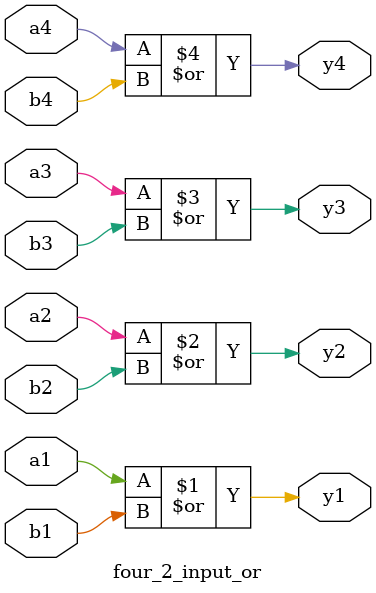
<source format=v>
`timescale 1ns / 1ps

module four_2_input_or #(parameter DELAY = 10)(
    input wire a1,b1,a2,b2,a3,b3,a4,b4,
    output wire y1,y2,y3,y4
    );
    
    or #DELAY (y1,a1,b1);
    or #DELAY (y2,a2,b2);
    or #DELAY (y3,a3,b3);
    or #DELAY (y4,a4,b4);
    
endmodule

</source>
